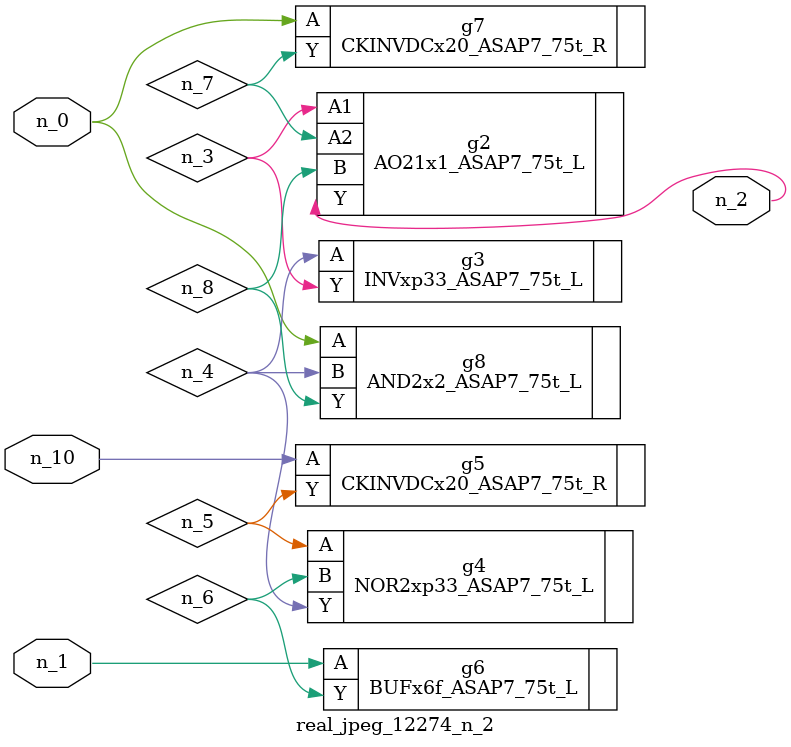
<source format=v>
module real_jpeg_12274_n_2 (n_1, n_10, n_0, n_2);

input n_1;
input n_10;
input n_0;

output n_2;

wire n_5;
wire n_4;
wire n_8;
wire n_6;
wire n_7;
wire n_3;

CKINVDCx20_ASAP7_75t_R g7 ( 
.A(n_0),
.Y(n_7)
);

AND2x2_ASAP7_75t_L g8 ( 
.A(n_0),
.B(n_4),
.Y(n_8)
);

BUFx6f_ASAP7_75t_L g6 ( 
.A(n_1),
.Y(n_6)
);

AO21x1_ASAP7_75t_L g2 ( 
.A1(n_3),
.A2(n_7),
.B(n_8),
.Y(n_2)
);

INVxp33_ASAP7_75t_L g3 ( 
.A(n_4),
.Y(n_3)
);

NOR2xp33_ASAP7_75t_L g4 ( 
.A(n_5),
.B(n_6),
.Y(n_4)
);

CKINVDCx20_ASAP7_75t_R g5 ( 
.A(n_10),
.Y(n_5)
);


endmodule
</source>
